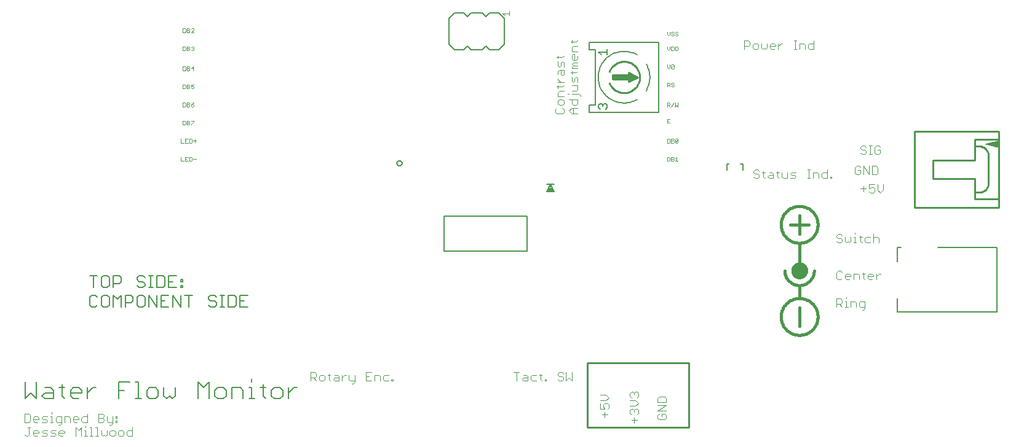
<source format=gto>
G75*
%MOIN*%
%OFA0B0*%
%FSLAX24Y24*%
%IPPOS*%
%LPD*%
%AMOC8*
5,1,8,0,0,1.08239X$1,22.5*
%
%ADD10C,0.0060*%
%ADD11C,0.0080*%
%ADD12C,0.0040*%
%ADD13C,0.0100*%
%ADD14C,0.0020*%
%ADD15C,0.0050*%
%ADD16C,0.0030*%
%ADD17C,0.0160*%
%ADD18C,0.0500*%
D10*
X032797Y023937D02*
X032903Y023830D01*
X033117Y023830D01*
X033224Y023937D01*
X033441Y023937D02*
X033441Y024364D01*
X033548Y024471D01*
X033761Y024471D01*
X033868Y024364D01*
X033868Y023937D01*
X033761Y023830D01*
X033548Y023830D01*
X033441Y023937D01*
X033224Y024364D02*
X033117Y024471D01*
X032903Y024471D01*
X032797Y024364D01*
X032797Y023937D01*
X034086Y023830D02*
X034086Y024471D01*
X034299Y024257D01*
X034513Y024471D01*
X034513Y023830D01*
X034730Y023830D02*
X034730Y024471D01*
X035051Y024471D01*
X035157Y024364D01*
X035157Y024150D01*
X035051Y024044D01*
X034730Y024044D01*
X035375Y023937D02*
X035482Y023830D01*
X035695Y023830D01*
X035802Y023937D01*
X035802Y024364D01*
X035695Y024471D01*
X035482Y024471D01*
X035375Y024364D01*
X035375Y023937D01*
X036019Y023830D02*
X036019Y024471D01*
X036446Y023830D01*
X036446Y024471D01*
X036664Y024471D02*
X036664Y023830D01*
X037091Y023830D01*
X037309Y023830D02*
X037309Y024471D01*
X037736Y023830D01*
X037736Y024471D01*
X037953Y024471D02*
X038380Y024471D01*
X038167Y024471D02*
X038167Y023830D01*
X039242Y023937D02*
X039349Y023830D01*
X039562Y023830D01*
X039669Y023937D01*
X039669Y024044D01*
X039562Y024150D01*
X039349Y024150D01*
X039242Y024257D01*
X039242Y024364D01*
X039349Y024471D01*
X039562Y024471D01*
X039669Y024364D01*
X039887Y024471D02*
X040100Y024471D01*
X039993Y024471D02*
X039993Y023830D01*
X039887Y023830D02*
X040100Y023830D01*
X040316Y023830D02*
X040637Y023830D01*
X040743Y023937D01*
X040743Y024364D01*
X040637Y024471D01*
X040316Y024471D01*
X040316Y023830D01*
X040961Y023830D02*
X040961Y024471D01*
X041388Y024471D01*
X041174Y024150D02*
X040961Y024150D01*
X040961Y023830D02*
X041388Y023830D01*
X037845Y024880D02*
X037738Y024880D01*
X037738Y024987D01*
X037845Y024987D01*
X037845Y024880D01*
X037845Y025200D02*
X037738Y025200D01*
X037738Y025307D01*
X037845Y025307D01*
X037845Y025200D01*
X037521Y024880D02*
X037094Y024880D01*
X037094Y025521D01*
X037521Y025521D01*
X037307Y025200D02*
X037094Y025200D01*
X036876Y024987D02*
X036876Y025414D01*
X036769Y025521D01*
X036449Y025521D01*
X036449Y024880D01*
X036769Y024880D01*
X036876Y024987D01*
X036664Y024471D02*
X037091Y024471D01*
X036877Y024150D02*
X036664Y024150D01*
X036233Y024880D02*
X036019Y024880D01*
X036126Y024880D02*
X036126Y025521D01*
X036019Y025521D02*
X036233Y025521D01*
X035802Y025414D02*
X035695Y025521D01*
X035482Y025521D01*
X035375Y025414D01*
X035375Y025307D01*
X035482Y025200D01*
X035695Y025200D01*
X035802Y025094D01*
X035802Y024987D01*
X035695Y024880D01*
X035482Y024880D01*
X035375Y024987D01*
X034513Y025200D02*
X034406Y025094D01*
X034086Y025094D01*
X034086Y024880D02*
X034086Y025521D01*
X034406Y025521D01*
X034513Y025414D01*
X034513Y025200D01*
X033868Y024987D02*
X033868Y025414D01*
X033761Y025521D01*
X033548Y025521D01*
X033441Y025414D01*
X033441Y024987D01*
X033548Y024880D01*
X033761Y024880D01*
X033868Y024987D01*
X033224Y025521D02*
X032797Y025521D01*
X033010Y025521D02*
X033010Y024880D01*
X049455Y031629D02*
X049457Y031652D01*
X049463Y031675D01*
X049472Y031696D01*
X049485Y031716D01*
X049501Y031733D01*
X049519Y031747D01*
X049539Y031758D01*
X049561Y031766D01*
X049584Y031770D01*
X049608Y031770D01*
X049631Y031766D01*
X049653Y031758D01*
X049673Y031747D01*
X049691Y031733D01*
X049707Y031716D01*
X049720Y031696D01*
X049729Y031675D01*
X049735Y031652D01*
X049737Y031629D01*
X049735Y031606D01*
X049729Y031583D01*
X049720Y031562D01*
X049707Y031542D01*
X049691Y031525D01*
X049673Y031511D01*
X049653Y031500D01*
X049631Y031492D01*
X049608Y031488D01*
X049584Y031488D01*
X049561Y031492D01*
X049539Y031500D01*
X049519Y031511D01*
X049501Y031525D01*
X049485Y031542D01*
X049472Y031562D01*
X049463Y031583D01*
X049457Y031606D01*
X049455Y031629D01*
X059867Y034400D02*
X059867Y034800D01*
X060217Y034800D01*
X060217Y037800D01*
X059867Y037800D01*
X059867Y038200D01*
X063657Y038200D01*
X063657Y034400D01*
X059867Y034400D01*
X063167Y036300D02*
X063165Y036369D01*
X063160Y036437D01*
X063152Y036506D01*
X063140Y036573D01*
X063125Y036640D01*
X063107Y036707D01*
X063085Y036772D01*
X063060Y036836D01*
X063032Y036899D01*
X063001Y036961D01*
X062967Y037020D01*
X062462Y037516D02*
X062397Y037550D01*
X062331Y037581D01*
X062263Y037609D01*
X062194Y037633D01*
X062124Y037654D01*
X062053Y037671D01*
X061981Y037684D01*
X061908Y037693D01*
X061835Y037698D01*
X061762Y037700D01*
X061689Y037698D01*
X061616Y037692D01*
X061544Y037682D01*
X061472Y037669D01*
X061401Y037651D01*
X061331Y037630D01*
X061262Y037606D01*
X061194Y037578D01*
X061128Y037546D01*
X061064Y037511D01*
X061002Y037473D01*
X060942Y037431D01*
X060884Y037386D01*
X060828Y037339D01*
X060775Y037288D01*
X060725Y037235D01*
X060678Y037179D01*
X060633Y037121D01*
X060592Y037061D01*
X060554Y036999D01*
X060519Y036934D01*
X060488Y036868D01*
X060460Y036801D01*
X060435Y036732D01*
X060415Y036662D01*
X060397Y036590D01*
X060384Y036519D01*
X060375Y036446D01*
X060369Y036373D01*
X060367Y036300D01*
X062962Y035570D02*
X062997Y035630D01*
X063028Y035693D01*
X063057Y035756D01*
X063083Y035821D01*
X063105Y035887D01*
X063124Y035955D01*
X063139Y036023D01*
X063151Y036091D01*
X063160Y036161D01*
X063165Y036230D01*
X063167Y036300D01*
X062487Y035099D02*
X062423Y035063D01*
X062357Y035030D01*
X062289Y035001D01*
X062220Y034975D01*
X062149Y034953D01*
X062078Y034935D01*
X062005Y034920D01*
X061932Y034910D01*
X061858Y034903D01*
X061785Y034900D01*
X061711Y034901D01*
X061637Y034906D01*
X061564Y034915D01*
X061491Y034927D01*
X061419Y034944D01*
X061348Y034964D01*
X061278Y034988D01*
X061209Y035016D01*
X061142Y035047D01*
X061077Y035082D01*
X061014Y035120D01*
X060953Y035161D01*
X060894Y035206D01*
X060837Y035253D01*
X060783Y035304D01*
X060732Y035357D01*
X060684Y035413D01*
X060639Y035471D01*
X060596Y035532D01*
X060558Y035595D01*
X060522Y035660D01*
X060490Y035726D01*
X060461Y035794D01*
X060437Y035864D01*
X060415Y035935D01*
X060398Y036007D01*
X060385Y036079D01*
X060375Y036152D01*
X060369Y036226D01*
X060367Y036300D01*
D11*
X067334Y031576D02*
X067334Y031261D01*
X067334Y031576D02*
X067452Y031576D01*
X068082Y031576D02*
X068200Y031576D01*
X068200Y031261D01*
X057967Y030500D02*
X057567Y030500D01*
X057737Y030420D02*
X057796Y030420D01*
X057767Y030475D02*
X057967Y030100D01*
X057567Y030100D01*
X057767Y030475D01*
X057838Y030341D02*
X057695Y030341D01*
X057653Y030263D02*
X057880Y030263D01*
X057922Y030184D02*
X057611Y030184D01*
X057570Y030106D02*
X057964Y030106D01*
X041584Y019914D02*
X041584Y019761D01*
X041584Y019454D02*
X041584Y018840D01*
X041737Y018840D02*
X041430Y018840D01*
X041123Y018840D02*
X041123Y019300D01*
X040970Y019454D01*
X040510Y019454D01*
X040510Y018840D01*
X040203Y018993D02*
X040049Y018840D01*
X039742Y018840D01*
X039589Y018993D01*
X039589Y019300D01*
X039742Y019454D01*
X040049Y019454D01*
X040203Y019300D01*
X040203Y018993D01*
X039282Y018840D02*
X039282Y019761D01*
X038975Y019454D01*
X038668Y019761D01*
X038668Y018840D01*
X037440Y018993D02*
X037440Y019454D01*
X037440Y018993D02*
X037287Y018840D01*
X037133Y018993D01*
X036980Y018840D01*
X036826Y018993D01*
X036826Y019454D01*
X036519Y019300D02*
X036366Y019454D01*
X036059Y019454D01*
X035906Y019300D01*
X035906Y018993D01*
X036059Y018840D01*
X036366Y018840D01*
X036519Y018993D01*
X036519Y019300D01*
X035599Y018840D02*
X035292Y018840D01*
X035445Y018840D02*
X035445Y019761D01*
X035292Y019761D01*
X034985Y019761D02*
X034371Y019761D01*
X034371Y018840D01*
X034371Y019300D02*
X034678Y019300D01*
X033143Y019454D02*
X032990Y019454D01*
X032683Y019147D01*
X032683Y018840D02*
X032683Y019454D01*
X032376Y019300D02*
X032376Y019147D01*
X031762Y019147D01*
X031762Y019300D02*
X031916Y019454D01*
X032222Y019454D01*
X032376Y019300D01*
X032222Y018840D02*
X031916Y018840D01*
X031762Y018993D01*
X031762Y019300D01*
X031455Y019454D02*
X031148Y019454D01*
X031302Y019607D02*
X031302Y018993D01*
X031455Y018840D01*
X030841Y018840D02*
X030841Y019300D01*
X030688Y019454D01*
X030381Y019454D01*
X030381Y019147D02*
X030227Y018993D01*
X030381Y018840D01*
X030841Y018840D01*
X030841Y019147D02*
X030381Y019147D01*
X029921Y018840D02*
X029921Y019761D01*
X029307Y019761D02*
X029307Y018840D01*
X029614Y019147D01*
X029921Y018840D01*
X041430Y019454D02*
X041584Y019454D01*
X042044Y019454D02*
X042351Y019454D01*
X042198Y019607D02*
X042198Y018993D01*
X042351Y018840D01*
X042658Y018993D02*
X042812Y018840D01*
X043118Y018840D01*
X043272Y018993D01*
X043272Y019300D01*
X043118Y019454D01*
X042812Y019454D01*
X042658Y019300D01*
X042658Y018993D01*
X043579Y018840D02*
X043579Y019454D01*
X043579Y019147D02*
X043886Y019454D01*
X044039Y019454D01*
D12*
X029363Y016820D02*
X029287Y016897D01*
X029363Y016820D02*
X029440Y016820D01*
X029517Y016897D01*
X029517Y017280D01*
X029440Y017280D02*
X029594Y017280D01*
X029824Y017127D02*
X029977Y017127D01*
X030054Y017050D01*
X030054Y016973D01*
X029747Y016973D01*
X029747Y016897D02*
X029747Y017050D01*
X029824Y017127D01*
X029747Y016897D02*
X029824Y016820D01*
X029977Y016820D01*
X030207Y016820D02*
X030438Y016820D01*
X030514Y016897D01*
X030438Y016973D01*
X030284Y016973D01*
X030207Y017050D01*
X030284Y017127D01*
X030514Y017127D01*
X030668Y017050D02*
X030745Y017127D01*
X030975Y017127D01*
X031128Y017050D02*
X031205Y017127D01*
X031358Y017127D01*
X031435Y017050D01*
X031435Y016973D01*
X031128Y016973D01*
X031128Y016897D02*
X031128Y017050D01*
X031128Y016897D02*
X031205Y016820D01*
X031358Y016820D01*
X030975Y016897D02*
X030898Y016973D01*
X030745Y016973D01*
X030668Y017050D01*
X030668Y016820D02*
X030898Y016820D01*
X030975Y016897D01*
X031128Y017417D02*
X031205Y017417D01*
X031282Y017493D01*
X031282Y017877D01*
X031052Y017877D01*
X030975Y017800D01*
X030975Y017647D01*
X031052Y017570D01*
X031282Y017570D01*
X031435Y017570D02*
X031435Y017877D01*
X031665Y017877D01*
X031742Y017800D01*
X031742Y017570D01*
X031896Y017647D02*
X031896Y017800D01*
X031972Y017877D01*
X032126Y017877D01*
X032202Y017800D01*
X032202Y017723D01*
X031896Y017723D01*
X031896Y017647D02*
X031972Y017570D01*
X032126Y017570D01*
X032356Y017647D02*
X032356Y017800D01*
X032433Y017877D01*
X032663Y017877D01*
X032663Y018030D02*
X032663Y017570D01*
X032433Y017570D01*
X032356Y017647D01*
X032356Y017280D02*
X032202Y017127D01*
X032049Y017280D01*
X032049Y016820D01*
X032356Y016820D02*
X032356Y017280D01*
X032509Y017127D02*
X032586Y017127D01*
X032586Y016820D01*
X032509Y016820D02*
X032663Y016820D01*
X032816Y016820D02*
X032970Y016820D01*
X032893Y016820D02*
X032893Y017280D01*
X032816Y017280D01*
X032586Y017280D02*
X032586Y017357D01*
X033123Y017280D02*
X033200Y017280D01*
X033200Y016820D01*
X033123Y016820D02*
X033277Y016820D01*
X033430Y016897D02*
X033430Y017127D01*
X033430Y016897D02*
X033507Y016820D01*
X033584Y016897D01*
X033660Y016820D01*
X033737Y016897D01*
X033737Y017127D01*
X033891Y017050D02*
X033891Y016897D01*
X033967Y016820D01*
X034121Y016820D01*
X034198Y016897D01*
X034198Y017050D01*
X034121Y017127D01*
X033967Y017127D01*
X033891Y017050D01*
X033891Y017417D02*
X033967Y017417D01*
X034044Y017493D01*
X034044Y017877D01*
X034198Y017877D02*
X034198Y017800D01*
X034274Y017800D01*
X034274Y017877D01*
X034198Y017877D01*
X034198Y017647D02*
X034198Y017570D01*
X034274Y017570D01*
X034274Y017647D01*
X034198Y017647D01*
X034044Y017570D02*
X033814Y017570D01*
X033737Y017647D01*
X033737Y017877D01*
X033584Y017877D02*
X033507Y017800D01*
X033277Y017800D01*
X033507Y017800D02*
X033584Y017723D01*
X033584Y017647D01*
X033507Y017570D01*
X033277Y017570D01*
X033277Y018030D01*
X033507Y018030D01*
X033584Y017954D01*
X033584Y017877D01*
X034351Y017050D02*
X034351Y016897D01*
X034428Y016820D01*
X034581Y016820D01*
X034658Y016897D01*
X034658Y017050D01*
X034581Y017127D01*
X034428Y017127D01*
X034351Y017050D01*
X034811Y017050D02*
X034811Y016897D01*
X034888Y016820D01*
X035118Y016820D01*
X035118Y017280D01*
X035118Y017127D02*
X034888Y017127D01*
X034811Y017050D01*
X030821Y017570D02*
X030668Y017570D01*
X030745Y017570D02*
X030745Y017877D01*
X030668Y017877D01*
X030514Y017877D02*
X030284Y017877D01*
X030207Y017800D01*
X030284Y017723D01*
X030438Y017723D01*
X030514Y017647D01*
X030438Y017570D01*
X030207Y017570D01*
X030054Y017723D02*
X029747Y017723D01*
X029747Y017647D02*
X029747Y017800D01*
X029824Y017877D01*
X029977Y017877D01*
X030054Y017800D01*
X030054Y017723D01*
X029977Y017570D02*
X029824Y017570D01*
X029747Y017647D01*
X029594Y017647D02*
X029594Y017954D01*
X029517Y018030D01*
X029287Y018030D01*
X029287Y017570D01*
X029517Y017570D01*
X029594Y017647D01*
X030745Y018030D02*
X030745Y018107D01*
X044787Y019820D02*
X044787Y020280D01*
X045017Y020280D01*
X045094Y020204D01*
X045094Y020050D01*
X045017Y019973D01*
X044787Y019973D01*
X044940Y019973D02*
X045094Y019820D01*
X045247Y019897D02*
X045324Y019820D01*
X045477Y019820D01*
X045554Y019897D01*
X045554Y020050D01*
X045477Y020127D01*
X045324Y020127D01*
X045247Y020050D01*
X045247Y019897D01*
X045707Y020127D02*
X045861Y020127D01*
X045784Y020204D02*
X045784Y019897D01*
X045861Y019820D01*
X046014Y019897D02*
X046091Y019973D01*
X046321Y019973D01*
X046321Y020050D02*
X046321Y019820D01*
X046091Y019820D01*
X046014Y019897D01*
X046091Y020127D02*
X046245Y020127D01*
X046321Y020050D01*
X046475Y019973D02*
X046628Y020127D01*
X046705Y020127D01*
X046858Y020127D02*
X046858Y019897D01*
X046935Y019820D01*
X047165Y019820D01*
X047165Y019743D02*
X047089Y019667D01*
X047012Y019667D01*
X047165Y019743D02*
X047165Y020127D01*
X047779Y020050D02*
X047933Y020050D01*
X047779Y019820D02*
X048086Y019820D01*
X048240Y019820D02*
X048240Y020127D01*
X048470Y020127D01*
X048547Y020050D01*
X048547Y019820D01*
X048700Y019897D02*
X048777Y019820D01*
X049007Y019820D01*
X049160Y019820D02*
X049237Y019820D01*
X049237Y019897D01*
X049160Y019897D01*
X049160Y019820D01*
X049007Y020127D02*
X048777Y020127D01*
X048700Y020050D01*
X048700Y019897D01*
X048086Y020280D02*
X047779Y020280D01*
X047779Y019820D01*
X046475Y019820D02*
X046475Y020127D01*
X055787Y020280D02*
X056094Y020280D01*
X055940Y020280D02*
X055940Y019820D01*
X056247Y019897D02*
X056324Y019973D01*
X056554Y019973D01*
X056554Y020050D02*
X056554Y019820D01*
X056324Y019820D01*
X056247Y019897D01*
X056324Y020127D02*
X056477Y020127D01*
X056554Y020050D01*
X056707Y020050D02*
X056707Y019897D01*
X056784Y019820D01*
X057014Y019820D01*
X057245Y019897D02*
X057321Y019820D01*
X057245Y019897D02*
X057245Y020204D01*
X057168Y020127D02*
X057321Y020127D01*
X057475Y019897D02*
X057475Y019820D01*
X057552Y019820D01*
X057552Y019897D01*
X057475Y019897D01*
X057014Y020127D02*
X056784Y020127D01*
X056707Y020050D01*
X058165Y020127D02*
X058242Y020050D01*
X058396Y020050D01*
X058472Y019973D01*
X058472Y019897D01*
X058396Y019820D01*
X058242Y019820D01*
X058165Y019897D01*
X058165Y020127D02*
X058165Y020204D01*
X058242Y020280D01*
X058396Y020280D01*
X058472Y020204D01*
X058626Y020280D02*
X058626Y019820D01*
X058779Y019973D01*
X058933Y019820D01*
X058933Y020280D01*
X060486Y019048D02*
X060793Y019048D01*
X060947Y018894D01*
X060793Y018741D01*
X060486Y018741D01*
X060486Y018587D02*
X060486Y018280D01*
X060716Y018280D01*
X060640Y018434D01*
X060640Y018511D01*
X060716Y018587D01*
X060870Y018587D01*
X060947Y018511D01*
X060947Y018357D01*
X060870Y018280D01*
X060716Y018127D02*
X060716Y017820D01*
X060563Y017973D02*
X060870Y017973D01*
X062086Y018057D02*
X062086Y018211D01*
X062163Y018287D01*
X062240Y018287D01*
X062316Y018211D01*
X062393Y018287D01*
X062470Y018287D01*
X062547Y018211D01*
X062547Y018057D01*
X062470Y017980D01*
X062316Y017827D02*
X062316Y017520D01*
X062163Y017673D02*
X062470Y017673D01*
X062163Y017980D02*
X062086Y018057D01*
X062316Y018134D02*
X062316Y018211D01*
X062393Y018441D02*
X062547Y018594D01*
X062393Y018748D01*
X062086Y018748D01*
X062163Y018901D02*
X062086Y018978D01*
X062086Y019131D01*
X062163Y019208D01*
X062240Y019208D01*
X062316Y019131D01*
X062393Y019208D01*
X062470Y019208D01*
X062547Y019131D01*
X062547Y018978D01*
X062470Y018901D01*
X062316Y019055D02*
X062316Y019131D01*
X062393Y018441D02*
X062086Y018441D01*
X063586Y018487D02*
X064047Y018487D01*
X063586Y018180D01*
X064047Y018180D01*
X063970Y018027D02*
X063816Y018027D01*
X063816Y017873D01*
X063663Y017720D02*
X063970Y017720D01*
X064047Y017797D01*
X064047Y017950D01*
X063970Y018027D01*
X063663Y018027D02*
X063586Y017950D01*
X063586Y017797D01*
X063663Y017720D01*
X063586Y018641D02*
X063586Y018871D01*
X063663Y018948D01*
X063970Y018948D01*
X064047Y018871D01*
X064047Y018641D01*
X063586Y018641D01*
X073287Y023820D02*
X073287Y024280D01*
X073517Y024280D01*
X073594Y024204D01*
X073594Y024050D01*
X073517Y023973D01*
X073287Y023973D01*
X073440Y023973D02*
X073594Y023820D01*
X073747Y023820D02*
X073901Y023820D01*
X073824Y023820D02*
X073824Y024127D01*
X073747Y024127D01*
X073824Y024280D02*
X073824Y024357D01*
X074054Y024127D02*
X074284Y024127D01*
X074361Y024050D01*
X074361Y023820D01*
X074514Y023897D02*
X074591Y023820D01*
X074821Y023820D01*
X074821Y023743D02*
X074821Y024127D01*
X074591Y024127D01*
X074514Y024050D01*
X074514Y023897D01*
X074668Y023667D02*
X074745Y023667D01*
X074821Y023743D01*
X074054Y023820D02*
X074054Y024127D01*
X073977Y025320D02*
X073824Y025320D01*
X073747Y025397D01*
X073747Y025550D01*
X073824Y025627D01*
X073977Y025627D01*
X074054Y025550D01*
X074054Y025473D01*
X073747Y025473D01*
X073594Y025397D02*
X073517Y025320D01*
X073363Y025320D01*
X073287Y025397D01*
X073287Y025704D01*
X073363Y025780D01*
X073517Y025780D01*
X073594Y025704D01*
X074207Y025627D02*
X074438Y025627D01*
X074514Y025550D01*
X074514Y025320D01*
X074745Y025397D02*
X074821Y025320D01*
X074745Y025397D02*
X074745Y025704D01*
X074668Y025627D02*
X074821Y025627D01*
X074975Y025550D02*
X075052Y025627D01*
X075205Y025627D01*
X075282Y025550D01*
X075282Y025473D01*
X074975Y025473D01*
X074975Y025397D02*
X074975Y025550D01*
X074975Y025397D02*
X075052Y025320D01*
X075205Y025320D01*
X075435Y025320D02*
X075435Y025627D01*
X075435Y025473D02*
X075589Y025627D01*
X075665Y025627D01*
X074207Y025627D02*
X074207Y025320D01*
X074207Y027320D02*
X074361Y027320D01*
X074284Y027320D02*
X074284Y027627D01*
X074207Y027627D01*
X074054Y027627D02*
X074054Y027397D01*
X073977Y027320D01*
X073901Y027397D01*
X073824Y027320D01*
X073747Y027397D01*
X073747Y027627D01*
X073594Y027704D02*
X073517Y027780D01*
X073363Y027780D01*
X073287Y027704D01*
X073287Y027627D01*
X073363Y027550D01*
X073517Y027550D01*
X073594Y027473D01*
X073594Y027397D01*
X073517Y027320D01*
X073363Y027320D01*
X073287Y027397D01*
X074284Y027780D02*
X074284Y027857D01*
X074514Y027627D02*
X074668Y027627D01*
X074591Y027704D02*
X074591Y027397D01*
X074668Y027320D01*
X074821Y027397D02*
X074898Y027320D01*
X075128Y027320D01*
X075282Y027320D02*
X075282Y027780D01*
X075358Y027627D02*
X075512Y027627D01*
X075589Y027550D01*
X075589Y027320D01*
X075282Y027550D02*
X075358Y027627D01*
X075128Y027627D02*
X074898Y027627D01*
X074821Y027550D01*
X074821Y027397D01*
X075124Y030020D02*
X075047Y030097D01*
X075124Y030020D02*
X075277Y030020D01*
X075354Y030097D01*
X075354Y030250D01*
X075277Y030327D01*
X075201Y030327D01*
X075047Y030250D01*
X075047Y030480D01*
X075354Y030480D01*
X075507Y030480D02*
X075507Y030173D01*
X075661Y030020D01*
X075814Y030173D01*
X075814Y030480D01*
X074894Y030250D02*
X074587Y030250D01*
X074740Y030097D02*
X074740Y030404D01*
X073007Y030820D02*
X072930Y030820D01*
X072930Y030897D01*
X073007Y030897D01*
X073007Y030820D01*
X072777Y030820D02*
X072777Y031280D01*
X072777Y031127D02*
X072547Y031127D01*
X072470Y031050D01*
X072470Y030897D01*
X072547Y030820D01*
X072777Y030820D01*
X072316Y030820D02*
X072316Y031050D01*
X072240Y031127D01*
X072009Y031127D01*
X072009Y030820D01*
X071856Y030820D02*
X071702Y030820D01*
X071779Y030820D02*
X071779Y031280D01*
X071702Y031280D02*
X071856Y031280D01*
X071089Y031127D02*
X070858Y031127D01*
X070782Y031050D01*
X070858Y030973D01*
X071012Y030973D01*
X071089Y030897D01*
X071012Y030820D01*
X070782Y030820D01*
X070628Y030820D02*
X070628Y031127D01*
X070321Y031127D02*
X070321Y030897D01*
X070398Y030820D01*
X070628Y030820D01*
X070168Y030820D02*
X070091Y030897D01*
X070091Y031204D01*
X070014Y031127D02*
X070168Y031127D01*
X069861Y031050D02*
X069861Y030820D01*
X069631Y030820D01*
X069554Y030897D01*
X069631Y030973D01*
X069861Y030973D01*
X069861Y031050D02*
X069784Y031127D01*
X069631Y031127D01*
X069401Y031127D02*
X069247Y031127D01*
X069324Y031204D02*
X069324Y030897D01*
X069401Y030820D01*
X069094Y030897D02*
X069017Y030820D01*
X068863Y030820D01*
X068787Y030897D01*
X068863Y031050D02*
X068787Y031127D01*
X068787Y031204D01*
X068863Y031280D01*
X069017Y031280D01*
X069094Y031204D01*
X069017Y031050D02*
X069094Y030973D01*
X069094Y030897D01*
X069017Y031050D02*
X068863Y031050D01*
X074287Y031097D02*
X074363Y031020D01*
X074517Y031020D01*
X074594Y031097D01*
X074594Y031250D01*
X074440Y031250D01*
X074287Y031097D02*
X074287Y031404D01*
X074363Y031480D01*
X074517Y031480D01*
X074594Y031404D01*
X074747Y031480D02*
X075054Y031020D01*
X075054Y031480D01*
X075207Y031480D02*
X075438Y031480D01*
X075514Y031404D01*
X075514Y031097D01*
X075438Y031020D01*
X075207Y031020D01*
X075207Y031480D01*
X074747Y031480D02*
X074747Y031020D01*
X074817Y032120D02*
X074663Y032120D01*
X074587Y032197D01*
X074663Y032350D02*
X074817Y032350D01*
X074894Y032273D01*
X074894Y032197D01*
X074817Y032120D01*
X075047Y032120D02*
X075201Y032120D01*
X075124Y032120D02*
X075124Y032580D01*
X075047Y032580D02*
X075201Y032580D01*
X075354Y032504D02*
X075354Y032197D01*
X075431Y032120D01*
X075584Y032120D01*
X075661Y032197D01*
X075661Y032350D01*
X075507Y032350D01*
X075354Y032504D02*
X075431Y032580D01*
X075584Y032580D01*
X075661Y032504D01*
X074894Y032504D02*
X074817Y032580D01*
X074663Y032580D01*
X074587Y032504D01*
X074587Y032427D01*
X074663Y032350D01*
X072047Y037820D02*
X071816Y037820D01*
X071740Y037897D01*
X071740Y038050D01*
X071816Y038127D01*
X072047Y038127D01*
X072047Y038280D02*
X072047Y037820D01*
X071586Y037820D02*
X071586Y038050D01*
X071509Y038127D01*
X071279Y038127D01*
X071279Y037820D01*
X071126Y037820D02*
X070972Y037820D01*
X071049Y037820D02*
X071049Y038280D01*
X070972Y038280D02*
X071126Y038280D01*
X070358Y038127D02*
X070282Y038127D01*
X070128Y037973D01*
X070128Y037820D02*
X070128Y038127D01*
X069975Y038050D02*
X069975Y037973D01*
X069668Y037973D01*
X069668Y037897D02*
X069668Y038050D01*
X069745Y038127D01*
X069898Y038127D01*
X069975Y038050D01*
X069898Y037820D02*
X069745Y037820D01*
X069668Y037897D01*
X069514Y037897D02*
X069514Y038127D01*
X069514Y037897D02*
X069438Y037820D01*
X069361Y037897D01*
X069284Y037820D01*
X069207Y037897D01*
X069207Y038127D01*
X069054Y038050D02*
X068977Y038127D01*
X068824Y038127D01*
X068747Y038050D01*
X068747Y037897D01*
X068824Y037820D01*
X068977Y037820D01*
X069054Y037897D01*
X069054Y038050D01*
X068594Y038050D02*
X068517Y037973D01*
X068287Y037973D01*
X068287Y037820D02*
X068287Y038280D01*
X068517Y038280D01*
X068594Y038204D01*
X068594Y038050D01*
X059247Y038003D02*
X059016Y038003D01*
X058940Y037926D01*
X058940Y037696D01*
X059247Y037696D01*
X059093Y037543D02*
X059093Y037236D01*
X059016Y037236D02*
X058940Y037313D01*
X058940Y037466D01*
X059016Y037543D01*
X059093Y037543D01*
X059247Y037466D02*
X059247Y037313D01*
X059170Y037236D01*
X059016Y037236D01*
X059016Y037082D02*
X059247Y037082D01*
X059247Y036929D02*
X059016Y036929D01*
X058940Y037006D01*
X059016Y037082D01*
X059016Y036929D02*
X058940Y036852D01*
X058940Y036775D01*
X059247Y036775D01*
X059247Y036622D02*
X059170Y036545D01*
X058863Y036545D01*
X058940Y036468D02*
X058940Y036622D01*
X058940Y036315D02*
X058940Y036085D01*
X059016Y036008D01*
X059093Y036085D01*
X059093Y036238D01*
X059170Y036315D01*
X059247Y036238D01*
X059247Y036008D01*
X059247Y035855D02*
X058940Y035855D01*
X059247Y035855D02*
X059247Y035624D01*
X059170Y035548D01*
X058940Y035548D01*
X058940Y035394D02*
X059323Y035394D01*
X059400Y035318D01*
X059400Y035241D01*
X059247Y035087D02*
X059247Y034857D01*
X059170Y034780D01*
X059016Y034780D01*
X058940Y034857D01*
X058940Y035087D01*
X058786Y035087D02*
X059247Y035087D01*
X059247Y034627D02*
X058940Y034627D01*
X058786Y034473D01*
X058940Y034320D01*
X059247Y034320D01*
X059016Y034320D02*
X059016Y034627D01*
X058497Y034550D02*
X058420Y034627D01*
X058497Y034550D02*
X058497Y034397D01*
X058420Y034320D01*
X058113Y034320D01*
X058036Y034397D01*
X058036Y034550D01*
X058113Y034627D01*
X058266Y034780D02*
X058420Y034780D01*
X058497Y034857D01*
X058497Y035011D01*
X058420Y035087D01*
X058266Y035087D01*
X058190Y035011D01*
X058190Y034857D01*
X058266Y034780D01*
X058190Y035241D02*
X058190Y035471D01*
X058266Y035548D01*
X058497Y035548D01*
X058420Y035778D02*
X058497Y035855D01*
X058420Y035778D02*
X058113Y035778D01*
X058190Y035701D02*
X058190Y035855D01*
X058190Y036008D02*
X058497Y036008D01*
X058343Y036008D02*
X058190Y036162D01*
X058190Y036238D01*
X058190Y036468D02*
X058190Y036622D01*
X058266Y036699D01*
X058497Y036699D01*
X058497Y036468D01*
X058420Y036392D01*
X058343Y036468D01*
X058343Y036699D01*
X058266Y036852D02*
X058190Y036929D01*
X058190Y037159D01*
X058190Y037313D02*
X058190Y037466D01*
X058113Y037389D02*
X058420Y037389D01*
X058497Y037466D01*
X058420Y037159D02*
X058343Y037082D01*
X058343Y036929D01*
X058266Y036852D01*
X058497Y036852D02*
X058497Y037082D01*
X058420Y037159D01*
X058940Y038157D02*
X058940Y038310D01*
X058863Y038233D02*
X059170Y038233D01*
X059247Y038310D01*
X058786Y035394D02*
X058710Y035394D01*
X058497Y035241D02*
X058190Y035241D01*
D13*
X061147Y036180D02*
X061147Y036430D01*
X062017Y036430D01*
X062017Y036450D01*
X062167Y036450D01*
X062017Y036450D02*
X062017Y036550D01*
X062517Y036300D01*
X062017Y036050D01*
X062017Y036150D01*
X062167Y036150D01*
X062017Y036150D02*
X062017Y036180D01*
X062017Y036200D01*
X062017Y036180D02*
X061147Y036180D01*
X061167Y036250D02*
X062367Y036250D01*
X062367Y036350D01*
X061167Y036350D01*
X061167Y036300D01*
X060971Y036002D02*
X060993Y035948D01*
X061019Y035897D01*
X061048Y035847D01*
X061080Y035799D01*
X061116Y035754D01*
X061154Y035711D01*
X061196Y035671D01*
X061240Y035633D01*
X061286Y035599D01*
X061335Y035568D01*
X061386Y035540D01*
X061438Y035516D01*
X061492Y035496D01*
X061547Y035479D01*
X061603Y035466D01*
X061660Y035457D01*
X061718Y035451D01*
X061775Y035450D01*
X061833Y035453D01*
X061890Y035459D01*
X061947Y035469D01*
X062003Y035483D01*
X062058Y035501D01*
X062111Y035523D01*
X062163Y035548D01*
X062213Y035577D01*
X062261Y035608D01*
X062307Y035644D01*
X062350Y035682D01*
X062391Y035723D01*
X062429Y035766D01*
X062463Y035812D01*
X062495Y035861D01*
X062523Y035911D01*
X062547Y035963D01*
X062569Y036017D01*
X062586Y036072D01*
X062599Y036128D01*
X062609Y036185D01*
X062615Y036242D01*
X062617Y036300D01*
X062017Y036400D02*
X062017Y036430D01*
X062617Y036300D02*
X062615Y036358D01*
X062609Y036415D01*
X062599Y036472D01*
X062586Y036528D01*
X062569Y036583D01*
X062547Y036637D01*
X062523Y036689D01*
X062495Y036739D01*
X062463Y036788D01*
X062429Y036834D01*
X062391Y036877D01*
X062350Y036918D01*
X062307Y036956D01*
X062261Y036992D01*
X062213Y037023D01*
X062163Y037052D01*
X062111Y037077D01*
X062058Y037099D01*
X062003Y037117D01*
X061947Y037131D01*
X061890Y037141D01*
X061833Y037147D01*
X061775Y037150D01*
X061718Y037149D01*
X061660Y037143D01*
X061603Y037134D01*
X061547Y037121D01*
X061492Y037104D01*
X061438Y037084D01*
X061386Y037060D01*
X061335Y037032D01*
X061286Y037001D01*
X061240Y036967D01*
X061196Y036929D01*
X061154Y036889D01*
X061116Y036846D01*
X061080Y036801D01*
X061048Y036753D01*
X061019Y036703D01*
X060993Y036652D01*
X060971Y036598D01*
X077517Y033363D02*
X077517Y029237D01*
X082079Y029237D01*
X082079Y029675D01*
X080767Y029675D01*
X080767Y030050D01*
X081017Y030050D01*
X080767Y030050D02*
X080767Y030800D01*
X078517Y030800D01*
X078517Y031800D01*
X080767Y031800D01*
X080767Y032550D01*
X081017Y032550D01*
X080767Y032550D02*
X080767Y032925D01*
X082079Y032925D01*
X082079Y033362D02*
X077517Y033363D01*
X081017Y032550D02*
X081061Y032548D01*
X081104Y032542D01*
X081146Y032533D01*
X081188Y032520D01*
X081228Y032503D01*
X081267Y032483D01*
X081304Y032460D01*
X081338Y032433D01*
X081371Y032404D01*
X081400Y032371D01*
X081427Y032337D01*
X081450Y032300D01*
X081470Y032261D01*
X081487Y032221D01*
X081500Y032179D01*
X081509Y032137D01*
X081515Y032094D01*
X081517Y032050D01*
X081517Y030550D01*
X081515Y030506D01*
X081509Y030463D01*
X081500Y030421D01*
X081487Y030379D01*
X081470Y030339D01*
X081450Y030300D01*
X081427Y030263D01*
X081400Y030229D01*
X081371Y030196D01*
X081338Y030167D01*
X081304Y030140D01*
X081267Y030117D01*
X081228Y030097D01*
X081188Y030080D01*
X081146Y030067D01*
X081104Y030058D01*
X081061Y030052D01*
X081017Y030050D01*
X082079Y029675D02*
X082079Y033362D01*
X065267Y020800D02*
X059767Y020800D01*
X059767Y017300D01*
X065267Y017300D01*
X065267Y020800D01*
D14*
X064692Y031748D02*
X064545Y031748D01*
X064619Y031748D02*
X064619Y031968D01*
X064545Y031895D01*
X064471Y031895D02*
X064435Y031858D01*
X064324Y031858D01*
X064250Y031785D02*
X064250Y031932D01*
X064214Y031968D01*
X064103Y031968D01*
X064103Y031748D01*
X064214Y031748D01*
X064250Y031785D01*
X064324Y031748D02*
X064435Y031748D01*
X064471Y031785D01*
X064471Y031822D01*
X064435Y031858D01*
X064471Y031895D02*
X064471Y031932D01*
X064435Y031968D01*
X064324Y031968D01*
X064324Y031748D01*
X064324Y032733D02*
X064435Y032733D01*
X064471Y032769D01*
X064471Y032806D01*
X064435Y032843D01*
X064324Y032843D01*
X064250Y032916D02*
X064214Y032953D01*
X064103Y032953D01*
X064103Y032733D01*
X064214Y032733D01*
X064250Y032769D01*
X064250Y032916D01*
X064324Y032953D02*
X064435Y032953D01*
X064471Y032916D01*
X064471Y032879D01*
X064435Y032843D01*
X064545Y032916D02*
X064582Y032953D01*
X064656Y032953D01*
X064692Y032916D01*
X064545Y032769D01*
X064582Y032733D01*
X064656Y032733D01*
X064692Y032769D01*
X064692Y032916D01*
X064545Y032916D02*
X064545Y032769D01*
X064324Y032733D02*
X064324Y032953D01*
X064250Y033815D02*
X064103Y033815D01*
X064103Y034035D01*
X064250Y034035D01*
X064177Y033925D02*
X064103Y033925D01*
X064103Y034701D02*
X064103Y034921D01*
X064214Y034921D01*
X064250Y034885D01*
X064250Y034811D01*
X064214Y034774D01*
X064103Y034774D01*
X064177Y034774D02*
X064250Y034701D01*
X064324Y034701D02*
X064471Y034921D01*
X064545Y034921D02*
X064545Y034701D01*
X064619Y034774D01*
X064692Y034701D01*
X064692Y034921D01*
X064435Y035784D02*
X064361Y035784D01*
X064324Y035820D01*
X064250Y035784D02*
X064177Y035857D01*
X064214Y035857D02*
X064103Y035857D01*
X064103Y035784D02*
X064103Y036004D01*
X064214Y036004D01*
X064250Y035967D01*
X064250Y035894D01*
X064214Y035857D01*
X064324Y035930D02*
X064361Y035894D01*
X064435Y035894D01*
X064471Y035857D01*
X064471Y035820D01*
X064435Y035784D01*
X064324Y035930D02*
X064324Y035967D01*
X064361Y036004D01*
X064435Y036004D01*
X064471Y035967D01*
X064435Y036768D02*
X064361Y036768D01*
X064324Y036805D01*
X064471Y036951D01*
X064471Y036805D01*
X064435Y036768D01*
X064324Y036805D02*
X064324Y036951D01*
X064361Y036988D01*
X064435Y036988D01*
X064471Y036951D01*
X064250Y036988D02*
X064250Y036841D01*
X064177Y036768D01*
X064103Y036841D01*
X064103Y036988D01*
X064177Y037752D02*
X064250Y037826D01*
X064250Y037972D01*
X064324Y037972D02*
X064435Y037972D01*
X064471Y037936D01*
X064471Y037789D01*
X064435Y037752D01*
X064324Y037752D01*
X064324Y037972D01*
X064103Y037972D02*
X064103Y037826D01*
X064177Y037752D01*
X064545Y037752D02*
X064656Y037752D01*
X064692Y037789D01*
X064692Y037936D01*
X064656Y037972D01*
X064545Y037972D01*
X064545Y037752D01*
X064582Y038540D02*
X064545Y038576D01*
X064582Y038540D02*
X064656Y038540D01*
X064692Y038576D01*
X064692Y038613D01*
X064656Y038650D01*
X064582Y038650D01*
X064545Y038686D01*
X064545Y038723D01*
X064582Y038760D01*
X064656Y038760D01*
X064692Y038723D01*
X064471Y038723D02*
X064435Y038760D01*
X064361Y038760D01*
X064324Y038723D01*
X064324Y038686D01*
X064361Y038650D01*
X064435Y038650D01*
X064471Y038613D01*
X064471Y038576D01*
X064435Y038540D01*
X064361Y038540D01*
X064324Y038576D01*
X064250Y038613D02*
X064250Y038760D01*
X064103Y038760D02*
X064103Y038613D01*
X064177Y038540D01*
X064250Y038613D01*
X081329Y032675D02*
X082079Y032488D01*
X082079Y032863D01*
X081329Y032675D01*
X081365Y032666D02*
X082079Y032666D01*
X082079Y032648D02*
X081439Y032648D01*
X081442Y032703D02*
X082079Y032703D01*
X082079Y032685D02*
X081368Y032685D01*
X081516Y032722D02*
X082079Y032722D01*
X082079Y032740D02*
X081590Y032740D01*
X081663Y032759D02*
X082079Y032759D01*
X082079Y032777D02*
X081737Y032777D01*
X081811Y032796D02*
X082079Y032796D01*
X082079Y032814D02*
X081885Y032814D01*
X081959Y032833D02*
X082079Y032833D01*
X082079Y032851D02*
X082033Y032851D01*
X082079Y032629D02*
X081513Y032629D01*
X081587Y032611D02*
X082079Y032611D01*
X082079Y032592D02*
X081661Y032592D01*
X081735Y032574D02*
X082079Y032574D01*
X082079Y032555D02*
X081809Y032555D01*
X081883Y032537D02*
X082079Y032537D01*
X082079Y032518D02*
X081957Y032518D01*
X082031Y032500D02*
X082079Y032500D01*
X038571Y032843D02*
X038424Y032843D01*
X038497Y032916D02*
X038497Y032769D01*
X038350Y032769D02*
X038350Y032916D01*
X038313Y032953D01*
X038203Y032953D01*
X038203Y032733D01*
X038313Y032733D01*
X038350Y032769D01*
X038129Y032733D02*
X037982Y032733D01*
X037982Y032953D01*
X038129Y032953D01*
X038055Y032843D02*
X037982Y032843D01*
X037908Y032733D02*
X037761Y032733D01*
X037761Y032953D01*
X037859Y033717D02*
X037969Y033717D01*
X038006Y033753D01*
X038006Y033900D01*
X037969Y033937D01*
X037859Y033937D01*
X037859Y033717D01*
X038080Y033717D02*
X038190Y033717D01*
X038227Y033753D01*
X038227Y033790D01*
X038190Y033827D01*
X038080Y033827D01*
X038080Y033717D02*
X038080Y033937D01*
X038190Y033937D01*
X038227Y033900D01*
X038227Y033864D01*
X038190Y033827D01*
X038301Y033753D02*
X038301Y033717D01*
X038301Y033753D02*
X038448Y033900D01*
X038448Y033937D01*
X038301Y033937D01*
X038338Y034701D02*
X038411Y034701D01*
X038448Y034738D01*
X038448Y034774D01*
X038411Y034811D01*
X038301Y034811D01*
X038301Y034738D01*
X038338Y034701D01*
X038301Y034811D02*
X038375Y034885D01*
X038448Y034921D01*
X038227Y034885D02*
X038190Y034921D01*
X038080Y034921D01*
X038080Y034701D01*
X038190Y034701D01*
X038227Y034738D01*
X038227Y034774D01*
X038190Y034811D01*
X038080Y034811D01*
X038006Y034738D02*
X038006Y034885D01*
X037969Y034921D01*
X037859Y034921D01*
X037859Y034701D01*
X037969Y034701D01*
X038006Y034738D01*
X038190Y034811D02*
X038227Y034848D01*
X038227Y034885D01*
X038190Y035685D02*
X038080Y035685D01*
X038080Y035905D01*
X038190Y035905D01*
X038227Y035869D01*
X038227Y035832D01*
X038190Y035795D01*
X038080Y035795D01*
X038006Y035722D02*
X038006Y035869D01*
X037969Y035905D01*
X037859Y035905D01*
X037859Y035685D01*
X037969Y035685D01*
X038006Y035722D01*
X038190Y035685D02*
X038227Y035722D01*
X038227Y035759D01*
X038190Y035795D01*
X038301Y035795D02*
X038375Y035832D01*
X038411Y035832D01*
X038448Y035795D01*
X038448Y035722D01*
X038411Y035685D01*
X038338Y035685D01*
X038301Y035722D01*
X038301Y035795D02*
X038301Y035905D01*
X038448Y035905D01*
X038411Y036670D02*
X038411Y036890D01*
X038301Y036780D01*
X038448Y036780D01*
X038227Y036816D02*
X038190Y036780D01*
X038080Y036780D01*
X038006Y036853D02*
X038006Y036706D01*
X037969Y036670D01*
X037859Y036670D01*
X037859Y036890D01*
X037969Y036890D01*
X038006Y036853D01*
X038080Y036890D02*
X038190Y036890D01*
X038227Y036853D01*
X038227Y036816D01*
X038190Y036780D02*
X038227Y036743D01*
X038227Y036706D01*
X038190Y036670D01*
X038080Y036670D01*
X038080Y036890D01*
X038080Y037752D02*
X038190Y037752D01*
X038227Y037789D01*
X038227Y037826D01*
X038190Y037862D01*
X038080Y037862D01*
X038006Y037789D02*
X038006Y037936D01*
X037969Y037972D01*
X037859Y037972D01*
X037859Y037752D01*
X037969Y037752D01*
X038006Y037789D01*
X038080Y037752D02*
X038080Y037972D01*
X038190Y037972D01*
X038227Y037936D01*
X038227Y037899D01*
X038190Y037862D01*
X038301Y037789D02*
X038338Y037752D01*
X038411Y037752D01*
X038448Y037789D01*
X038448Y037826D01*
X038411Y037862D01*
X038375Y037862D01*
X038411Y037862D02*
X038448Y037899D01*
X038448Y037936D01*
X038411Y037972D01*
X038338Y037972D01*
X038301Y037936D01*
X038301Y038736D02*
X038448Y038883D01*
X038448Y038920D01*
X038411Y038957D01*
X038338Y038957D01*
X038301Y038920D01*
X038227Y038920D02*
X038227Y038883D01*
X038190Y038847D01*
X038080Y038847D01*
X038006Y038920D02*
X037969Y038957D01*
X037859Y038957D01*
X037859Y038736D01*
X037969Y038736D01*
X038006Y038773D01*
X038006Y038920D01*
X038080Y038957D02*
X038190Y038957D01*
X038227Y038920D01*
X038190Y038847D02*
X038227Y038810D01*
X038227Y038773D01*
X038190Y038736D01*
X038080Y038736D01*
X038080Y038957D01*
X038301Y038736D02*
X038448Y038736D01*
X038313Y031968D02*
X038203Y031968D01*
X038203Y031748D01*
X038313Y031748D01*
X038350Y031785D01*
X038350Y031932D01*
X038313Y031968D01*
X038424Y031858D02*
X038571Y031858D01*
X038129Y031748D02*
X037982Y031748D01*
X037982Y031968D01*
X038129Y031968D01*
X038055Y031858D02*
X037982Y031858D01*
X037908Y031748D02*
X037761Y031748D01*
X037761Y031968D01*
D15*
X052023Y028745D02*
X052023Y026855D01*
X056511Y026855D01*
X056511Y028745D01*
X052023Y028745D01*
X060391Y034640D02*
X060391Y034790D01*
X060466Y034865D01*
X060541Y034865D01*
X060616Y034790D01*
X060692Y034865D01*
X060767Y034865D01*
X060842Y034790D01*
X060842Y034640D01*
X060767Y034565D01*
X060616Y034715D02*
X060616Y034790D01*
X060466Y034565D02*
X060391Y034640D01*
X060541Y037515D02*
X060391Y037665D01*
X060842Y037665D01*
X060842Y037515D02*
X060842Y037815D01*
X055267Y038100D02*
X054967Y037800D01*
X054467Y037800D01*
X054267Y038000D01*
X054067Y037800D01*
X053467Y037800D01*
X053267Y038000D01*
X053067Y037800D01*
X052567Y037800D01*
X052267Y038100D01*
X052267Y039500D01*
X052567Y039800D01*
X053067Y039800D01*
X053267Y039600D01*
X053467Y039800D01*
X054067Y039800D01*
X054267Y039600D01*
X054467Y039800D01*
X054967Y039800D01*
X055267Y039500D01*
X055267Y038100D01*
X076567Y027050D02*
X076567Y026300D01*
X076567Y027050D02*
X076767Y027050D01*
X078767Y027050D02*
X081967Y027050D01*
X081967Y023550D01*
X076567Y023550D01*
X076567Y024300D01*
D16*
X055552Y039647D02*
X055552Y039894D01*
X055552Y039770D02*
X055181Y039770D01*
X055305Y039647D01*
D17*
X071267Y028800D02*
X071267Y027800D01*
X071267Y027300D02*
X071267Y026300D01*
X072067Y025800D02*
X072065Y025745D01*
X072060Y025691D01*
X072050Y025637D01*
X072037Y025584D01*
X072021Y025532D01*
X072001Y025481D01*
X071977Y025432D01*
X071951Y025384D01*
X071921Y025339D01*
X071888Y025295D01*
X071852Y025254D01*
X071813Y025215D01*
X071772Y025179D01*
X071728Y025146D01*
X071683Y025116D01*
X071635Y025090D01*
X071586Y025066D01*
X071535Y025046D01*
X071483Y025030D01*
X071430Y025017D01*
X071376Y025007D01*
X071322Y025002D01*
X071267Y025000D01*
X071267Y024400D01*
X071267Y023800D02*
X071267Y022800D01*
X070267Y023300D02*
X070269Y023363D01*
X070275Y023425D01*
X070285Y023487D01*
X070298Y023549D01*
X070316Y023609D01*
X070337Y023668D01*
X070362Y023726D01*
X070391Y023782D01*
X070423Y023836D01*
X070458Y023888D01*
X070496Y023937D01*
X070538Y023985D01*
X070582Y024029D01*
X070630Y024071D01*
X070679Y024109D01*
X070731Y024144D01*
X070785Y024176D01*
X070841Y024205D01*
X070899Y024230D01*
X070958Y024251D01*
X071018Y024269D01*
X071080Y024282D01*
X071142Y024292D01*
X071204Y024298D01*
X071267Y024300D01*
X071330Y024298D01*
X071392Y024292D01*
X071454Y024282D01*
X071516Y024269D01*
X071576Y024251D01*
X071635Y024230D01*
X071693Y024205D01*
X071749Y024176D01*
X071803Y024144D01*
X071855Y024109D01*
X071904Y024071D01*
X071952Y024029D01*
X071996Y023985D01*
X072038Y023937D01*
X072076Y023888D01*
X072111Y023836D01*
X072143Y023782D01*
X072172Y023726D01*
X072197Y023668D01*
X072218Y023609D01*
X072236Y023549D01*
X072249Y023487D01*
X072259Y023425D01*
X072265Y023363D01*
X072267Y023300D01*
X072265Y023237D01*
X072259Y023175D01*
X072249Y023113D01*
X072236Y023051D01*
X072218Y022991D01*
X072197Y022932D01*
X072172Y022874D01*
X072143Y022818D01*
X072111Y022764D01*
X072076Y022712D01*
X072038Y022663D01*
X071996Y022615D01*
X071952Y022571D01*
X071904Y022529D01*
X071855Y022491D01*
X071803Y022456D01*
X071749Y022424D01*
X071693Y022395D01*
X071635Y022370D01*
X071576Y022349D01*
X071516Y022331D01*
X071454Y022318D01*
X071392Y022308D01*
X071330Y022302D01*
X071267Y022300D01*
X071204Y022302D01*
X071142Y022308D01*
X071080Y022318D01*
X071018Y022331D01*
X070958Y022349D01*
X070899Y022370D01*
X070841Y022395D01*
X070785Y022424D01*
X070731Y022456D01*
X070679Y022491D01*
X070630Y022529D01*
X070582Y022571D01*
X070538Y022615D01*
X070496Y022663D01*
X070458Y022712D01*
X070423Y022764D01*
X070391Y022818D01*
X070362Y022874D01*
X070337Y022932D01*
X070316Y022991D01*
X070298Y023051D01*
X070285Y023113D01*
X070275Y023175D01*
X070269Y023237D01*
X070267Y023300D01*
X071267Y025000D02*
X071212Y025002D01*
X071158Y025007D01*
X071104Y025017D01*
X071051Y025030D01*
X070999Y025046D01*
X070948Y025066D01*
X070899Y025090D01*
X070851Y025116D01*
X070806Y025146D01*
X070762Y025179D01*
X070721Y025215D01*
X070682Y025254D01*
X070646Y025295D01*
X070613Y025339D01*
X070583Y025384D01*
X070557Y025432D01*
X070533Y025481D01*
X070513Y025532D01*
X070497Y025584D01*
X070484Y025637D01*
X070474Y025691D01*
X070469Y025745D01*
X070467Y025800D01*
X070767Y028300D02*
X071767Y028300D01*
X070267Y028300D02*
X070269Y028363D01*
X070275Y028425D01*
X070285Y028487D01*
X070298Y028549D01*
X070316Y028609D01*
X070337Y028668D01*
X070362Y028726D01*
X070391Y028782D01*
X070423Y028836D01*
X070458Y028888D01*
X070496Y028937D01*
X070538Y028985D01*
X070582Y029029D01*
X070630Y029071D01*
X070679Y029109D01*
X070731Y029144D01*
X070785Y029176D01*
X070841Y029205D01*
X070899Y029230D01*
X070958Y029251D01*
X071018Y029269D01*
X071080Y029282D01*
X071142Y029292D01*
X071204Y029298D01*
X071267Y029300D01*
X071330Y029298D01*
X071392Y029292D01*
X071454Y029282D01*
X071516Y029269D01*
X071576Y029251D01*
X071635Y029230D01*
X071693Y029205D01*
X071749Y029176D01*
X071803Y029144D01*
X071855Y029109D01*
X071904Y029071D01*
X071952Y029029D01*
X071996Y028985D01*
X072038Y028937D01*
X072076Y028888D01*
X072111Y028836D01*
X072143Y028782D01*
X072172Y028726D01*
X072197Y028668D01*
X072218Y028609D01*
X072236Y028549D01*
X072249Y028487D01*
X072259Y028425D01*
X072265Y028363D01*
X072267Y028300D01*
X072265Y028237D01*
X072259Y028175D01*
X072249Y028113D01*
X072236Y028051D01*
X072218Y027991D01*
X072197Y027932D01*
X072172Y027874D01*
X072143Y027818D01*
X072111Y027764D01*
X072076Y027712D01*
X072038Y027663D01*
X071996Y027615D01*
X071952Y027571D01*
X071904Y027529D01*
X071855Y027491D01*
X071803Y027456D01*
X071749Y027424D01*
X071693Y027395D01*
X071635Y027370D01*
X071576Y027349D01*
X071516Y027331D01*
X071454Y027318D01*
X071392Y027308D01*
X071330Y027302D01*
X071267Y027300D01*
X071204Y027302D01*
X071142Y027308D01*
X071080Y027318D01*
X071018Y027331D01*
X070958Y027349D01*
X070899Y027370D01*
X070841Y027395D01*
X070785Y027424D01*
X070731Y027456D01*
X070679Y027491D01*
X070630Y027529D01*
X070582Y027571D01*
X070538Y027615D01*
X070496Y027663D01*
X070458Y027712D01*
X070423Y027764D01*
X070391Y027818D01*
X070362Y027874D01*
X070337Y027932D01*
X070316Y027991D01*
X070298Y028051D01*
X070285Y028113D01*
X070275Y028175D01*
X070269Y028237D01*
X070267Y028300D01*
D18*
X071067Y025800D02*
X071069Y025828D01*
X071075Y025855D01*
X071084Y025881D01*
X071097Y025906D01*
X071114Y025929D01*
X071133Y025949D01*
X071155Y025966D01*
X071179Y025980D01*
X071205Y025990D01*
X071232Y025997D01*
X071260Y026000D01*
X071288Y025999D01*
X071315Y025994D01*
X071342Y025985D01*
X071367Y025973D01*
X071390Y025958D01*
X071411Y025939D01*
X071429Y025918D01*
X071444Y025894D01*
X071455Y025868D01*
X071463Y025842D01*
X071467Y025814D01*
X071467Y025786D01*
X071463Y025758D01*
X071455Y025732D01*
X071444Y025706D01*
X071429Y025682D01*
X071411Y025661D01*
X071390Y025642D01*
X071367Y025627D01*
X071342Y025615D01*
X071315Y025606D01*
X071288Y025601D01*
X071260Y025600D01*
X071232Y025603D01*
X071205Y025610D01*
X071179Y025620D01*
X071155Y025634D01*
X071133Y025651D01*
X071114Y025671D01*
X071097Y025694D01*
X071084Y025719D01*
X071075Y025745D01*
X071069Y025772D01*
X071067Y025800D01*
M02*

</source>
